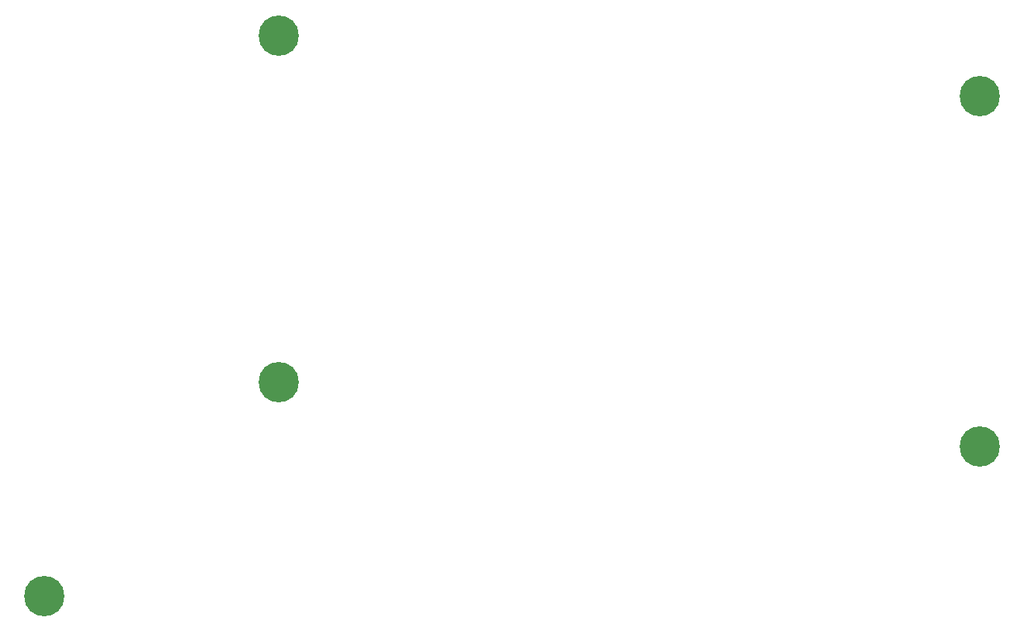
<source format=gbr>
G04 #@! TF.GenerationSoftware,KiCad,Pcbnew,5.1.5-52549c5~86~ubuntu19.10.1*
G04 #@! TF.CreationDate,2020-05-05T19:47:45+02:00*
G04 #@! TF.ProjectId,top_plate,746f705f-706c-4617-9465-2e6b69636164,rev?*
G04 #@! TF.SameCoordinates,Original*
G04 #@! TF.FileFunction,Soldermask,Top*
G04 #@! TF.FilePolarity,Negative*
%FSLAX46Y46*%
G04 Gerber Fmt 4.6, Leading zero omitted, Abs format (unit mm)*
G04 Created by KiCad (PCBNEW 5.1.5-52549c5~86~ubuntu19.10.1) date 2020-05-05 19:47:45*
%MOMM*%
%LPD*%
G04 APERTURE LIST*
%ADD10C,4.400000*%
G04 APERTURE END LIST*
D10*
X72250562Y-50180774D03*
X148750280Y-56791123D03*
X148750280Y-95090512D03*
X46751882Y-111392232D03*
X72251833Y-88092305D03*
M02*

</source>
